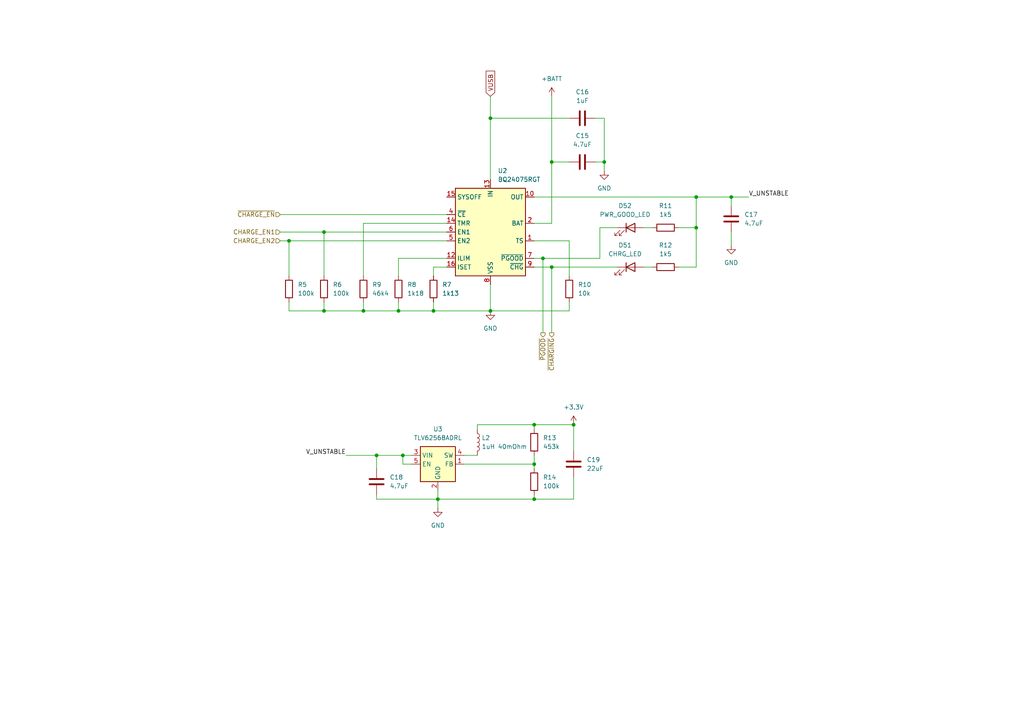
<source format=kicad_sch>
(kicad_sch (version 20250114) (generator "eeschema") (generator_version "9.0")
  (paper "A4")
  (lib_symbols
    (symbol "Battery_Management:BQ24075RGT"
      (property "Reference" "U" (at -8.89 13.97 0))
      (property "Value" "BQ24075RGT" (at 16.51 13.97 0))
      (symbol "BQ24075RGT_0_1"
        (rectangle (start -10.16 12.7) (end 10.16 -12.7) (stroke (width 0.254)) (fill (type background)))
      )
      (symbol "BQ24075RGT_1_1"
        (pin input line (at -12.7 10.16 0) (length 2.54) (name "SYSOFF") (number "15"))
        (pin input line (at -12.7 5.08 0) (length 2.54) (name "~{CE}") (number "4"))
        (pin input line (at -12.7 2.54 0) (length 2.54) (name "TMR") (number "14"))
        (pin input line (at -12.7 0 0) (length 2.54) (name "EN1") (number "6"))
        (pin input line (at -12.7 -2.54 0) (length 2.54) (name "EN2") (number "5"))
        (pin passive line (at -12.7 -7.62 0) (length 2.54) (name "ILIM") (number "12"))
        (pin passive line (at -12.7 -10.16 0) (length 2.54) (name "ISET") (number "16"))
        (pin power_in line (at 0 15.24 270) (length 2.54) (name "IN") (number "13"))
        (pin passive line (at 0 -15.24 90) (length 2.54) (hide yes) (name "VSS") (number "17"))
        (pin power_in line (at 0 -15.24 90) (length 2.54) (name "VSS") (number "8"))
        (pin power_out line (at 12.7 10.16 180) (length 2.54) (name "OUT") (number "10"))
        (pin passive line (at 12.7 10.16 180) (length 2.54) (hide yes) (name "OUT") (number "11"))
        (pin power_out line (at 12.7 2.54 180) (length 2.54) (name "BAT") (number "2"))
        (pin passive line (at 12.7 2.54 180) (length 2.54) (hide yes) (name "BAT") (number "3"))
        (pin passive line (at 12.7 -2.54 180) (length 2.54) (name "TS") (number "1"))
        (pin open_collector line (at 12.7 -7.62 180) (length 2.54) (name "~{PGOOD}") (number "7"))
        (pin open_collector line (at 12.7 -10.16 180) (length 2.54) (name "~{CHG}") (number "9"))
      )
    )
    (symbol "Device:C" (pin_numbers (hide yes)) (pin_names (offset 0.254))
      (property "Reference" "C" (at 0.635 2.54 0))
      (property "Value" "C" (at 0.635 -2.54 0))
      (symbol "C_0_1"
        (polyline (pts (xy -2.032 0.762) (xy 2.032 0.762)) (stroke (width 0.508)))
        (polyline (pts (xy -2.032 -0.762) (xy 2.032 -0.762)) (stroke (width 0.508)))
      )
      (symbol "C_1_1"
        (pin passive line (at 0 3.81 270) (length 2.794) (name "~") (number "1"))
        (pin passive line (at 0 -3.81 90) (length 2.794) (name "~") (number "2"))
      )
    )
    (symbol "Device:L" (pin_numbers (hide yes)) (pin_names (offset 1.016) (hide yes))
      (property "Reference" "L" (at -1.27 0 90))
      (property "Value" "L" (at 1.905 0 90))
      (symbol "L_0_1"
        (arc (start 0 2.54) (mid 0.6323 1.905) (end 0 1.27))
        (arc (start 0 1.27) (mid 0.6323 0.635) (end 0 0))
        (arc (start 0 0) (mid 0.6323 -0.635) (end 0 -1.27))
        (arc (start 0 -1.27) (mid 0.6323 -1.905) (end 0 -2.54))
      )
      (symbol "L_1_1"
        (pin passive line (at 0 3.81 270) (length 1.27) (name "1") (number "1"))
        (pin passive line (at 0 -3.81 90) (length 1.27) (name "2") (number "2"))
      )
    )
    (symbol "Device:LED" (pin_numbers (hide yes)) (pin_names (offset 1.016) (hide yes))
      (property "Reference" "D" (at 0 2.54 0))
      (property "Value" "LED" (at 0 -2.54 0))
      (symbol "LED_0_1"
        (polyline (pts (xy -3.048 -0.762) (xy -4.572 -2.286) (xy -3.81 -2.286) (xy -4.572 -2.286) (xy -4.572 -1.524)))
        (polyline (pts (xy -1.778 -0.762) (xy -3.302 -2.286) (xy -2.54 -2.286) (xy -3.302 -2.286) (xy -3.302 -1.524)))
        (polyline (pts (xy -1.27 0) (xy 1.27 0)))
        (polyline (pts (xy -1.27 -1.27) (xy -1.27 1.27)) (stroke (width 0.254)))
        (polyline (pts (xy 1.27 -1.27) (xy 1.27 1.27) (xy -1.27 0) (xy 1.27 -1.27)) (stroke (width 0.254)))
      )
      (symbol "LED_1_1"
        (pin passive line (at -3.81 0 0) (length 2.54) (name "K") (number "1"))
        (pin passive line (at 3.81 0 180) (length 2.54) (name "A") (number "2"))
      )
    )
    (symbol "Device:R" (pin_numbers (hide yes)) (pin_names (offset 0))
      (property "Reference" "R" (at 2.032 0 90))
      (property "Value" "R" (at 0 0 90))
      (symbol "R_0_1"
        (rectangle (start -1.016 -2.54) (end 1.016 2.54) (stroke (width 0.254)))
      )
      (symbol "R_1_1"
        (pin passive line (at 0 3.81 270) (length 1.27) (name "~") (number "1"))
        (pin passive line (at 0 -3.81 90) (length 1.27) (name "~") (number "2"))
      )
    )
    (symbol "Regulator_Switching:TLV62568ADRL"
      (property "Reference" "U" (at -5.08 6.35 0))
      (property "Value" "TLV62568ADRL" (at 0 6.35 0))
      (symbol "TLV62568ADRL_0_1"
        (rectangle (start -5.08 5.08) (end 5.08 -5.08) (stroke (width 0.254)) (fill (type background)))
      )
      (symbol "TLV62568ADRL_1_1"
        (pin power_in line (at -7.62 2.54 0) (length 2.54) (name "VIN") (number "3"))
        (pin input line (at -7.62 0 0) (length 2.54) (name "EN") (number "5"))
        (pin power_in line (at 0 -7.62 90) (length 2.54) (name "GND") (number "2"))
        (pin no_connect line (at 5.08 -2.54 180) (length 2.54) (hide yes) (name "NC") (number "6"))
        (pin power_out line (at 7.62 2.54 180) (length 2.54) (name "SW") (number "4"))
        (pin input line (at 7.62 0 180) (length 2.54) (name "FB") (number "1"))
      )
    )
    (symbol "power:+3.3V" (power) (pin_numbers (hide yes)) (pin_names (offset 0) (hide yes))
      (property "Value" "+3.3V" (at 0 3.556 0))
      (symbol "+3.3V_0_1"
        (polyline (pts (xy -0.762 1.27) (xy 0 2.54)))
        (polyline (pts (xy 0 2.54) (xy 0.762 1.27)))
        (polyline (pts (xy 0 0) (xy 0 2.54)))
      )
      (symbol "+3.3V_1_1"
        (pin power_in line (at 0 0 90) (length 0) (name "~") (number "1"))
      )
    )
    (symbol "power:+BATT" (power) (pin_numbers (hide yes)) (pin_names (offset 0) (hide yes))
      (property "Value" "+BATT" (at 0 3.556 0))
      (symbol "+BATT_0_1"
        (polyline (pts (xy -0.762 1.27) (xy 0 2.54)))
        (polyline (pts (xy 0 2.54) (xy 0.762 1.27)))
        (polyline (pts (xy 0 0) (xy 0 2.54)))
      )
      (symbol "+BATT_1_1"
        (pin power_in line (at 0 0 90) (length 0) (name "~") (number "1"))
      )
    )
    (symbol "power:GND" (power) (pin_numbers (hide yes)) (pin_names (offset 0) (hide yes))
      (property "Value" "GND" (at 0 -3.81 0))
      (symbol "GND_0_1"
        (polyline (pts (xy 0 0) (xy 0 -1.27) (xy 1.27 -1.27) (xy 0 -2.54) (xy -1.27 -1.27) (xy 0 -1.27)))
      )
      (symbol "GND_1_1"
        (pin power_in line (at 0 0 270) (length 0) (name "~") (number "1"))
      )
    )
  )
  (junction (at 212.09 57.15))
  (junction (at 142.24 90.17))
  (junction (at 175.26 46.99))
  (junction (at 154.94 144.78))
  (junction (at 116.84 132.08))
  (junction (at 154.94 134.62))
  (junction (at 83.82 69.85))
  (junction (at 166.37 123.19))
  (junction (at 142.24 34.29))
  (junction (at 105.41 90.17))
  (junction (at 201.93 57.15))
  (junction (at 115.57 90.17))
  (junction (at 157.48 74.93))
  (junction (at 125.73 90.17))
  (junction (at 154.94 123.19))
  (junction (at 201.93 66.04))
  (junction (at 160.02 77.47))
  (junction (at 93.98 67.31))
  (junction (at 160.02 46.99))
  (junction (at 93.98 90.17))
  (junction (at 109.22 132.08))
  (junction (at 127 144.78))
  (wire (pts (xy 154.94 132.08) (xy 154.94 134.62)))
  (wire (pts (xy 83.82 69.85) (xy 129.54 69.85)))
  (wire (pts (xy 100.33 132.08) (xy 109.22 132.08)))
  (wire (pts (xy 134.62 132.08) (xy 138.43 132.08)))
  (wire (pts (xy 142.24 90.17) (xy 165.1 90.17)))
  (wire (pts (xy 81.28 62.23) (xy 129.54 62.23)))
  (wire (pts (xy 125.73 77.47) (xy 125.73 80.01)))
  (wire (pts (xy 196.85 66.04) (xy 201.93 66.04)))
  (wire (pts (xy 201.93 57.15) (xy 201.93 66.04)))
  (wire (pts (xy 138.43 123.19) (xy 154.94 123.19)))
  (wire (pts (xy 142.24 27.94) (xy 142.24 34.29)))
  (wire (pts (xy 154.94 123.19) (xy 166.37 123.19)))
  (wire (pts (xy 105.41 64.77) (xy 105.41 80.01)))
  (wire (pts (xy 160.02 77.47) (xy 160.02 96.52)))
  (wire (pts (xy 165.1 90.17) (xy 165.1 87.63)))
  (wire (pts (xy 83.82 90.17) (xy 93.98 90.17)))
  (wire (pts (xy 125.73 87.63) (xy 125.73 90.17)))
  (wire (pts (xy 129.54 77.47) (xy 125.73 77.47)))
  (wire (pts (xy 138.43 124.46) (xy 138.43 123.19)))
  (wire (pts (xy 83.82 69.85) (xy 83.82 80.01)))
  (wire (pts (xy 109.22 144.78) (xy 127 144.78)))
  (wire (pts (xy 160.02 46.99) (xy 165.1 46.99)))
  (wire (pts (xy 196.85 77.47) (xy 201.93 77.47)))
  (wire (pts (xy 115.57 80.01) (xy 115.57 74.93)))
  (wire (pts (xy 134.62 134.62) (xy 154.94 134.62)))
  (wire (pts (xy 129.54 64.77) (xy 105.41 64.77)))
  (wire (pts (xy 212.09 67.31) (xy 212.09 71.12)))
  (wire (pts (xy 166.37 138.43) (xy 166.37 144.78)))
  (wire (pts (xy 116.84 132.08) (xy 116.84 134.62)))
  (wire (pts (xy 175.26 46.99) (xy 175.26 49.53)))
  (wire (pts (xy 212.09 57.15) (xy 212.09 59.69)))
  (wire (pts (xy 201.93 57.15) (xy 212.09 57.15)))
  (wire (pts (xy 116.84 132.08) (xy 119.38 132.08)))
  (wire (pts (xy 154.94 69.85) (xy 165.1 69.85)))
  (wire (pts (xy 154.94 77.47) (xy 160.02 77.47)))
  (wire (pts (xy 154.94 143.51) (xy 154.94 144.78)))
  (wire (pts (xy 157.48 74.93) (xy 154.94 74.93)))
  (wire (pts (xy 179.07 66.04) (xy 173.99 66.04)))
  (wire (pts (xy 115.57 74.93) (xy 129.54 74.93)))
  (wire (pts (xy 93.98 90.17) (xy 105.41 90.17)))
  (wire (pts (xy 160.02 46.99) (xy 160.02 64.77)))
  (wire (pts (xy 175.26 34.29) (xy 175.26 46.99)))
  (wire (pts (xy 172.72 46.99) (xy 175.26 46.99)))
  (wire (pts (xy 166.37 123.19) (xy 166.37 130.81)))
  (wire (pts (xy 93.98 67.31) (xy 129.54 67.31)))
  (wire (pts (xy 160.02 64.77) (xy 154.94 64.77)))
  (wire (pts (xy 93.98 90.17) (xy 93.98 87.63)))
  (wire (pts (xy 212.09 57.15) (xy 217.17 57.15)))
  (wire (pts (xy 93.98 67.31) (xy 93.98 80.01)))
  (wire (pts (xy 127 142.24) (xy 127 144.78)))
  (wire (pts (xy 157.48 74.93) (xy 157.48 96.52)))
  (wire (pts (xy 81.28 67.31) (xy 93.98 67.31)))
  (wire (pts (xy 154.94 134.62) (xy 154.94 135.89)))
  (wire (pts (xy 115.57 90.17) (xy 125.73 90.17)))
  (wire (pts (xy 105.41 90.17) (xy 115.57 90.17)))
  (wire (pts (xy 109.22 132.08) (xy 116.84 132.08)))
  (wire (pts (xy 81.28 69.85) (xy 83.82 69.85)))
  (wire (pts (xy 142.24 34.29) (xy 142.24 52.07)))
  (wire (pts (xy 172.72 34.29) (xy 175.26 34.29)))
  (wire (pts (xy 173.99 66.04) (xy 173.99 74.93)))
  (wire (pts (xy 105.41 87.63) (xy 105.41 90.17)))
  (wire (pts (xy 201.93 66.04) (xy 201.93 77.47)))
  (wire (pts (xy 165.1 69.85) (xy 165.1 80.01)))
  (wire (pts (xy 116.84 134.62) (xy 119.38 134.62)))
  (wire (pts (xy 160.02 77.47) (xy 179.07 77.47)))
  (wire (pts (xy 127 144.78) (xy 127 147.32)))
  (wire (pts (xy 154.94 123.19) (xy 154.94 124.46)))
  (wire (pts (xy 186.69 66.04) (xy 189.23 66.04)))
  (wire (pts (xy 142.24 34.29) (xy 165.1 34.29)))
  (wire (pts (xy 127 144.78) (xy 154.94 144.78)))
  (wire (pts (xy 115.57 87.63) (xy 115.57 90.17)))
  (wire (pts (xy 154.94 57.15) (xy 201.93 57.15)))
  (wire (pts (xy 173.99 74.93) (xy 157.48 74.93)))
  (wire (pts (xy 109.22 143.51) (xy 109.22 144.78)))
  (wire (pts (xy 160.02 27.94) (xy 160.02 46.99)))
  (wire (pts (xy 109.22 135.89) (xy 109.22 132.08)))
  (wire (pts (xy 154.94 144.78) (xy 166.37 144.78)))
  (wire (pts (xy 83.82 87.63) (xy 83.82 90.17)))
  (wire (pts (xy 186.69 77.47) (xy 189.23 77.47)))
  (wire (pts (xy 142.24 90.17) (xy 142.24 82.55)))
  (wire (pts (xy 142.24 90.17) (xy 125.73 90.17)))
  (label "V_UNSTABLE" (at 100.33 132.08 180))
  (label "V_UNSTABLE" (at 217.17 57.15 0))
  (global_label "VUSB" (shape input) (at 142.24 27.94 90) (property "Intersheetrefs" "${INTERSHEET_REFS}" (effects (hide yes))))
  (hierarchical_label "~{CHARGING}" (shape output) (at 160.02 96.52 270))
  (hierarchical_label "~{PGOOD}" (shape output) (at 157.48 96.52 270))
  (hierarchical_label "CHARGE_EN1" (shape input) (at 81.28 67.31 180))
  (hierarchical_label "~{CHARGE_EN}" (shape input) (at 81.28 62.23 180))
  (hierarchical_label "CHARGE_EN2" (shape input) (at 81.28 69.85 180))
  (symbol (lib_id "power:+3.3V") (at 166.37 123.19 0) (unit 1)
    (property "Reference" "#PWR023" (effects (hide yes)))
    (property "Value" "+3.3V" (at 166.37 118.11 0))
    (property "Description" "Power symbol creates a global label with name \"+3.3V\"" (effects (hide yes)))
  )
  (symbol (lib_id "Device:R") (at 165.1 83.82 0) (unit 1)
    (property "Reference" "R10" (at 167.64 82.5499 0) (effects (justify left)))
    (property "Value" "10k" (at 167.64 85.0899 0) (effects (justify left)))
    (property "Description" "Resistor" (effects (hide yes)))
  )
  (symbol (lib_id "Device:C") (at 168.91 46.99 90) (unit 1)
    (property "Reference" "C15" (at 168.91 39.37 90))
    (property "Value" "4.7uF" (at 168.91 41.91 90))
    (property "Description" "Unpolarized capacitor" (effects (hide yes)))
  )
  (symbol (lib_id "power:GND") (at 212.09 71.12 0) (unit 1)
    (property "Reference" "#PWR021" (effects (hide yes)))
    (property "Value" "GND" (at 212.09 76.2 0))
    (property "Description" "Power symbol creates a global label with name \"GND\" , ground" (effects (hide yes)))
  )
  (symbol (lib_id "Device:R") (at 193.04 66.04 90) (unit 1)
    (property "Reference" "R11" (at 193.04 59.69 90))
    (property "Value" "1k5" (at 193.04 62.23 90))
    (property "Description" "Resistor" (effects (hide yes)))
  )
  (symbol (lib_id "Device:R") (at 125.73 83.82 0) (unit 1)
    (property "Reference" "R7" (at 128.27 82.5499 0) (effects (justify left)))
    (property "Value" "1k13" (at 128.27 85.0899 0) (effects (justify left)))
    (property "Description" "Resistor" (effects (hide yes)))
  )
  (symbol (lib_id "Device:C") (at 212.09 63.5 0) (unit 1)
    (property "Reference" "C17" (at 215.9 62.2299 0) (effects (justify left)))
    (property "Value" "4.7uF" (at 215.9 64.7699 0) (effects (justify left)))
    (property "Description" "Unpolarized capacitor" (effects (hide yes)))
  )
  (symbol (lib_id "power:GND") (at 175.26 49.53 0) (unit 1)
    (property "Reference" "#PWR019" (effects (hide yes)))
    (property "Value" "GND" (at 175.26 54.61 0))
    (property "Description" "Power symbol creates a global label with name \"GND\" , ground" (effects (hide yes)))
  )
  (symbol (lib_id "Battery_Management:BQ24075RGT") (at 142.24 67.31 0) (unit 1)
    (property "Reference" "U2" (at 144.3833 49.53 0) (effects (justify left)))
    (property "Value" "BQ24075RGT" (at 144.3833 52.07 0) (effects (justify left)))
    (property "Footprint" "Package_DFN_QFN:VQFN-16-1EP_3x3mm_P0.5mm_EP1.6x1.6mm" (effects (hide yes)))
    (property "Datasheet" "http://www.ti.com/lit/ds/symlink/bq24075.pdf" (effects (hide yes)))
    (property "Description" "USB-Friendly Li-Ion Battery Charger and Power-Path Management, VQFN-16" (effects (hide yes)))
  )
  (symbol (lib_id "Device:C") (at 109.22 139.7 0) (unit 1)
    (property "Reference" "C18" (at 113.03 138.4299 0) (effects (justify left)))
    (property "Value" "4.7uF" (at 113.03 140.9699 0) (effects (justify left)))
    (property "Description" "Unpolarized capacitor" (effects (hide yes)))
  )
  (symbol (lib_id "Device:R") (at 154.94 139.7 0) (unit 1)
    (property "Reference" "R14" (at 157.48 138.4299 0) (effects (justify left)))
    (property "Value" "100k" (at 157.48 140.9699 0) (effects (justify left)))
    (property "Description" "Resistor" (effects (hide yes)))
  )
  (symbol (lib_id "Device:LED") (at 182.88 66.04 0) (unit 1)
    (property "Reference" "D52" (at 181.2925 59.69 0))
    (property "Value" "PWR_GOOD_LED" (at 181.2925 62.23 0))
    (property "Description" "Light emitting diode" (effects (hide yes)))
    (property "Sim.Pins" "1=K 2=A" (effects (hide yes)))
  )
  (symbol (lib_id "Device:C") (at 166.37 134.62 0) (unit 1)
    (property "Reference" "C19" (at 170.18 133.3499 0) (effects (justify left)))
    (property "Value" "22uF" (at 170.18 135.8899 0) (effects (justify left)))
    (property "Description" "Unpolarized capacitor" (effects (hide yes)))
  )
  (symbol (lib_id "Device:C") (at 168.91 34.29 90) (unit 1)
    (property "Reference" "C16" (at 168.91 26.67 90))
    (property "Value" "1uF" (at 168.91 29.21 90))
    (property "Description" "Unpolarized capacitor" (effects (hide yes)))
  )
  (symbol (lib_id "Device:R") (at 154.94 128.27 0) (unit 1)
    (property "Reference" "R13" (at 157.48 126.9999 0) (effects (justify left)))
    (property "Value" "453k" (at 157.48 129.5399 0) (effects (justify left)))
    (property "Description" "Resistor" (effects (hide yes)))
  )
  (symbol (lib_id "power:GND") (at 127 147.32 0) (unit 1)
    (property "Reference" "#PWR022" (effects (hide yes)))
    (property "Value" "GND" (at 127 152.4 0))
    (property "Description" "Power symbol creates a global label with name \"GND\" , ground" (effects (hide yes)))
  )
  (symbol (lib_id "Device:R") (at 193.04 77.47 90) (unit 1)
    (property "Reference" "R12" (at 193.04 71.12 90))
    (property "Value" "1k5" (at 193.04 73.66 90))
    (property "Description" "Resistor" (effects (hide yes)))
  )
  (symbol (lib_id "power:+BATT") (at 160.02 27.94 0) (unit 1)
    (property "Reference" "#PWR018" (effects (hide yes)))
    (property "Value" "+BATT" (at 160.02 22.86 0))
    (property "Description" "Power symbol creates a global label with name \"+BATT\"" (effects (hide yes)))
  )
  (symbol (lib_id "Device:R") (at 115.57 83.82 0) (unit 1)
    (property "Reference" "R8" (at 118.11 82.5499 0) (effects (justify left)))
    (property "Value" "1k18" (at 118.11 85.0899 0) (effects (justify left)))
    (property "Description" "Resistor" (effects (hide yes)))
  )
  (symbol (lib_id "Device:L") (at 138.43 128.27 0) (unit 1)
    (property "Reference" "L2" (at 139.7 126.9999 0) (effects (justify left)))
    (property "Value" "1uH 40mOhm" (at 139.7 129.5399 0) (effects (justify left)))
    (property "Description" "Inductor" (effects (hide yes)))
  )
  (symbol (lib_id "Device:R") (at 105.41 83.82 0) (unit 1)
    (property "Reference" "R9" (at 107.95 82.5499 0) (effects (justify left)))
    (property "Value" "46k4" (at 107.95 85.0899 0) (effects (justify left)))
    (property "Description" "Resistor" (effects (hide yes)))
  )
  (symbol (lib_id "Regulator_Switching:TLV62568ADRL") (at 127 134.62 0) (unit 1)
    (property "Reference" "U3" (at 127 124.46 0))
    (property "Value" "TLV62568ADRL" (at 127 127 0))
    (property "Footprint" "Package_TO_SOT_SMD:SOT-563" (effects (hide yes)))
    (property "Datasheet" "https://www.ti.com/lit/gpn/tlv62568a" (effects (hide yes)))
    (property "Description" "High Efficiency Synchronous Buck Converter with forced PWM, Adjustable Output 0.6V-5.5V, 1A, SOT-563-6" (effects (hide yes)))
  )
  (symbol (lib_id "Device:LED") (at 182.88 77.47 0) (unit 1)
    (property "Reference" "D51" (at 181.2925 71.12 0))
    (property "Value" "CHRG_LED" (at 181.2925 73.66 0))
    (property "Description" "Light emitting diode" (effects (hide yes)))
    (property "Sim.Pins" "1=K 2=A" (effects (hide yes)))
  )
  (symbol (lib_id "power:GND") (at 142.24 90.17 0) (unit 1)
    (property "Reference" "#PWR020" (effects (hide yes)))
    (property "Value" "GND" (at 142.24 95.25 0))
    (property "Description" "Power symbol creates a global label with name \"GND\" , ground" (effects (hide yes)))
  )
  (symbol (lib_id "Device:R") (at 83.82 83.82 0) (unit 1)
    (property "Reference" "R5" (at 86.36 82.5499 0) (effects (justify left)))
    (property "Value" "100k" (at 86.36 85.0899 0) (effects (justify left)))
    (property "Description" "Resistor" (effects (hide yes)))
  )
  (symbol (lib_id "Device:R") (at 93.98 83.82 0) (unit 1)
    (property "Reference" "R6" (at 96.52 82.5499 0) (effects (justify left)))
    (property "Value" "100k" (at 96.52 85.0899 0) (effects (justify left)))
    (property "Description" "Resistor" (effects (hide yes)))
  )
)
</source>
